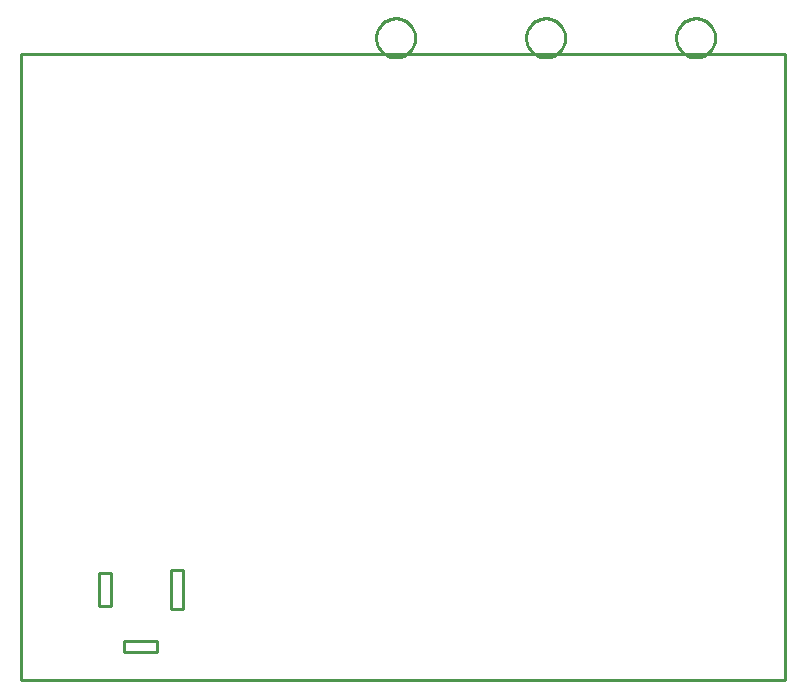
<source format=gbr>
G04 EAGLE Gerber RS-274X export*
G75*
%MOMM*%
%FSLAX34Y34*%
%LPD*%
%IN*%
%IPPOS*%
%AMOC8*
5,1,8,0,0,1.08239X$1,22.5*%
G01*
%ADD10C,0.254000*%


D10*
X0Y0D02*
X647500Y0D01*
X647500Y530100D01*
X0Y530100D01*
X0Y0D01*
X66600Y62200D02*
X76600Y62200D01*
X76600Y90200D01*
X66600Y90200D01*
X66600Y62200D01*
X127600Y59700D02*
X137600Y59700D01*
X137600Y92700D01*
X127600Y92700D01*
X127600Y59700D01*
X87600Y23200D02*
X115600Y23200D01*
X115600Y33200D01*
X87600Y33200D01*
X87600Y23200D01*
X334010Y543020D02*
X333939Y541941D01*
X333798Y540869D01*
X333587Y539809D01*
X333308Y538765D01*
X332960Y537741D01*
X332546Y536743D01*
X332068Y535773D01*
X331528Y534837D01*
X330927Y533938D01*
X330269Y533081D01*
X329557Y532268D01*
X328792Y531504D01*
X327979Y530791D01*
X327122Y530133D01*
X326223Y529532D01*
X325287Y528992D01*
X324317Y528514D01*
X323319Y528100D01*
X322295Y527752D01*
X321251Y527473D01*
X320191Y527262D01*
X319119Y527121D01*
X318040Y527050D01*
X316960Y527050D01*
X315881Y527121D01*
X314809Y527262D01*
X313749Y527473D01*
X312705Y527752D01*
X311681Y528100D01*
X310683Y528514D01*
X309713Y528992D01*
X308777Y529532D01*
X307878Y530133D01*
X307021Y530791D01*
X306208Y531504D01*
X305444Y532268D01*
X304731Y533081D01*
X304073Y533938D01*
X303472Y534837D01*
X302932Y535773D01*
X302454Y536743D01*
X302040Y537741D01*
X301692Y538765D01*
X301413Y539809D01*
X301202Y540869D01*
X301061Y541941D01*
X300990Y543020D01*
X300990Y544100D01*
X301061Y545179D01*
X301202Y546251D01*
X301413Y547311D01*
X301692Y548355D01*
X302040Y549379D01*
X302454Y550377D01*
X302932Y551347D01*
X303472Y552283D01*
X304073Y553182D01*
X304731Y554039D01*
X305444Y554852D01*
X306208Y555617D01*
X307021Y556329D01*
X307878Y556987D01*
X308777Y557588D01*
X309713Y558128D01*
X310683Y558606D01*
X311681Y559020D01*
X312705Y559368D01*
X313749Y559647D01*
X314809Y559858D01*
X315881Y559999D01*
X316960Y560070D01*
X318040Y560070D01*
X319119Y559999D01*
X320191Y559858D01*
X321251Y559647D01*
X322295Y559368D01*
X323319Y559020D01*
X324317Y558606D01*
X325287Y558128D01*
X326223Y557588D01*
X327122Y556987D01*
X327979Y556329D01*
X328792Y555617D01*
X329557Y554852D01*
X330269Y554039D01*
X330927Y553182D01*
X331528Y552283D01*
X332068Y551347D01*
X332546Y550377D01*
X332960Y549379D01*
X333308Y548355D01*
X333587Y547311D01*
X333798Y546251D01*
X333939Y545179D01*
X334010Y544100D01*
X334010Y543020D01*
X461010Y543020D02*
X460939Y541941D01*
X460798Y540869D01*
X460587Y539809D01*
X460308Y538765D01*
X459960Y537741D01*
X459546Y536743D01*
X459068Y535773D01*
X458528Y534837D01*
X457927Y533938D01*
X457269Y533081D01*
X456557Y532268D01*
X455792Y531504D01*
X454979Y530791D01*
X454122Y530133D01*
X453223Y529532D01*
X452287Y528992D01*
X451317Y528514D01*
X450319Y528100D01*
X449295Y527752D01*
X448251Y527473D01*
X447191Y527262D01*
X446119Y527121D01*
X445040Y527050D01*
X443960Y527050D01*
X442881Y527121D01*
X441809Y527262D01*
X440749Y527473D01*
X439705Y527752D01*
X438681Y528100D01*
X437683Y528514D01*
X436713Y528992D01*
X435777Y529532D01*
X434878Y530133D01*
X434021Y530791D01*
X433208Y531504D01*
X432444Y532268D01*
X431731Y533081D01*
X431073Y533938D01*
X430472Y534837D01*
X429932Y535773D01*
X429454Y536743D01*
X429040Y537741D01*
X428692Y538765D01*
X428413Y539809D01*
X428202Y540869D01*
X428061Y541941D01*
X427990Y543020D01*
X427990Y544100D01*
X428061Y545179D01*
X428202Y546251D01*
X428413Y547311D01*
X428692Y548355D01*
X429040Y549379D01*
X429454Y550377D01*
X429932Y551347D01*
X430472Y552283D01*
X431073Y553182D01*
X431731Y554039D01*
X432444Y554852D01*
X433208Y555617D01*
X434021Y556329D01*
X434878Y556987D01*
X435777Y557588D01*
X436713Y558128D01*
X437683Y558606D01*
X438681Y559020D01*
X439705Y559368D01*
X440749Y559647D01*
X441809Y559858D01*
X442881Y559999D01*
X443960Y560070D01*
X445040Y560070D01*
X446119Y559999D01*
X447191Y559858D01*
X448251Y559647D01*
X449295Y559368D01*
X450319Y559020D01*
X451317Y558606D01*
X452287Y558128D01*
X453223Y557588D01*
X454122Y556987D01*
X454979Y556329D01*
X455792Y555617D01*
X456557Y554852D01*
X457269Y554039D01*
X457927Y553182D01*
X458528Y552283D01*
X459068Y551347D01*
X459546Y550377D01*
X459960Y549379D01*
X460308Y548355D01*
X460587Y547311D01*
X460798Y546251D01*
X460939Y545179D01*
X461010Y544100D01*
X461010Y543020D01*
X588010Y543020D02*
X587939Y541941D01*
X587798Y540869D01*
X587587Y539809D01*
X587308Y538765D01*
X586960Y537741D01*
X586546Y536743D01*
X586068Y535773D01*
X585528Y534837D01*
X584927Y533938D01*
X584269Y533081D01*
X583557Y532268D01*
X582792Y531504D01*
X581979Y530791D01*
X581122Y530133D01*
X580223Y529532D01*
X579287Y528992D01*
X578317Y528514D01*
X577319Y528100D01*
X576295Y527752D01*
X575251Y527473D01*
X574191Y527262D01*
X573119Y527121D01*
X572040Y527050D01*
X570960Y527050D01*
X569881Y527121D01*
X568809Y527262D01*
X567749Y527473D01*
X566705Y527752D01*
X565681Y528100D01*
X564683Y528514D01*
X563713Y528992D01*
X562777Y529532D01*
X561878Y530133D01*
X561021Y530791D01*
X560208Y531504D01*
X559444Y532268D01*
X558731Y533081D01*
X558073Y533938D01*
X557472Y534837D01*
X556932Y535773D01*
X556454Y536743D01*
X556040Y537741D01*
X555692Y538765D01*
X555413Y539809D01*
X555202Y540869D01*
X555061Y541941D01*
X554990Y543020D01*
X554990Y544100D01*
X555061Y545179D01*
X555202Y546251D01*
X555413Y547311D01*
X555692Y548355D01*
X556040Y549379D01*
X556454Y550377D01*
X556932Y551347D01*
X557472Y552283D01*
X558073Y553182D01*
X558731Y554039D01*
X559444Y554852D01*
X560208Y555617D01*
X561021Y556329D01*
X561878Y556987D01*
X562777Y557588D01*
X563713Y558128D01*
X564683Y558606D01*
X565681Y559020D01*
X566705Y559368D01*
X567749Y559647D01*
X568809Y559858D01*
X569881Y559999D01*
X570960Y560070D01*
X572040Y560070D01*
X573119Y559999D01*
X574191Y559858D01*
X575251Y559647D01*
X576295Y559368D01*
X577319Y559020D01*
X578317Y558606D01*
X579287Y558128D01*
X580223Y557588D01*
X581122Y556987D01*
X581979Y556329D01*
X582792Y555617D01*
X583557Y554852D01*
X584269Y554039D01*
X584927Y553182D01*
X585528Y552283D01*
X586068Y551347D01*
X586546Y550377D01*
X586960Y549379D01*
X587308Y548355D01*
X587587Y547311D01*
X587798Y546251D01*
X587939Y545179D01*
X588010Y544100D01*
X588010Y543020D01*
M02*

</source>
